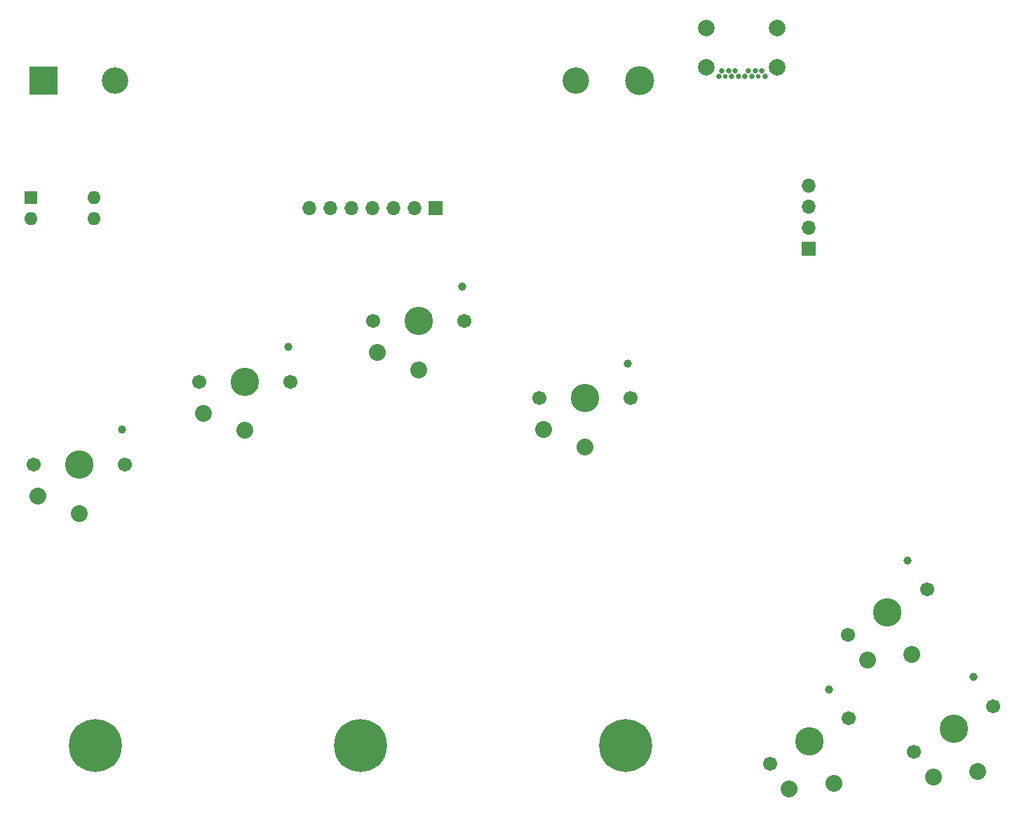
<source format=gbr>
%TF.GenerationSoftware,KiCad,Pcbnew,(5.99.0-9739-g6a369b230f)*%
%TF.CreationDate,2021-03-13T21:37:55+01:00*%
%TF.ProjectId,keychordz,6b657963-686f-4726-947a-2e6b69636164,rev?*%
%TF.SameCoordinates,Original*%
%TF.FileFunction,Soldermask,Bot*%
%TF.FilePolarity,Negative*%
%FSLAX46Y46*%
G04 Gerber Fmt 4.6, Leading zero omitted, Abs format (unit mm)*
G04 Created by KiCad (PCBNEW (5.99.0-9739-g6a369b230f)) date 2021-03-13 21:37:55*
%MOMM*%
%LPD*%
G01*
G04 APERTURE LIST*
%ADD10C,0.800000*%
%ADD11C,6.400000*%
%ADD12O,1.600000X1.600000*%
%ADD13R,1.600000X1.600000*%
%ADD14C,3.429000*%
%ADD15C,1.701800*%
%ADD16C,0.990600*%
%ADD17C,2.032000*%
%ADD18R,1.700000X1.700000*%
%ADD19O,1.700000X1.700000*%
%ADD20C,3.200000*%
%ADD21R,3.500000X3.500000*%
%ADD22C,3.500000*%
%ADD23C,0.650000*%
%ADD24C,0.550000*%
%ADD25C,2.010000*%
G04 APERTURE END LIST*
D10*
%TO.C,MNT2*%
X56400000Y-103000000D03*
X54000000Y-105400000D03*
X52302944Y-104697056D03*
X52302944Y-101302944D03*
X54000000Y-100600000D03*
X51600000Y-103000000D03*
D11*
X54000000Y-103000000D03*
D10*
X55697056Y-101302944D03*
X55697056Y-104697056D03*
%TD*%
%TO.C,MNT3*%
X87697056Y-104697056D03*
X83600000Y-103000000D03*
X84302944Y-104697056D03*
X84302944Y-101302944D03*
X86000000Y-105400000D03*
X86000000Y-100600000D03*
X88400000Y-103000000D03*
D11*
X86000000Y-103000000D03*
D10*
X87697056Y-101302944D03*
%TD*%
D11*
%TO.C,MNT1*%
X22000000Y-103000000D03*
D10*
X19600000Y-103000000D03*
X20302944Y-104697056D03*
X22000000Y-105400000D03*
X24400000Y-103000000D03*
X20302944Y-101302944D03*
X23697056Y-104697056D03*
X23697056Y-101302944D03*
X22000000Y-100600000D03*
%TD*%
D12*
%TO.C,SW9*%
X21820000Y-36750000D03*
D13*
X14200000Y-36750000D03*
D12*
X21820000Y-39290000D03*
X14200000Y-39290000D03*
%TD*%
D14*
%TO.C,SW1*%
X125566000Y-100952000D03*
D15*
X130329140Y-98202000D03*
D16*
X127986653Y-94704693D03*
D15*
X120802860Y-103702000D03*
D17*
X128516000Y-106061550D03*
X123135873Y-106742897D03*
%TD*%
D15*
%TO.C,SW5*%
X66500000Y-51689000D03*
X55500000Y-51689000D03*
D16*
X66220000Y-47489000D03*
D14*
X61000000Y-51689000D03*
D17*
X61000000Y-57589000D03*
X56000000Y-55489000D03*
%TD*%
D15*
%TO.C,SW6*%
X25500000Y-69000000D03*
X14500000Y-69000000D03*
D16*
X25220000Y-64800000D03*
D14*
X20000000Y-69000000D03*
D17*
X20000000Y-74900000D03*
X15000000Y-72800000D03*
%TD*%
D15*
%TO.C,SW2*%
X103388860Y-105190000D03*
X112915140Y-99690000D03*
D16*
X110572653Y-96192693D03*
D14*
X108152000Y-102440000D03*
D17*
X111102000Y-107549550D03*
X105721873Y-108230897D03*
%TD*%
D18*
%TO.C,J2*%
X108100000Y-42900000D03*
D19*
X108100000Y-40360000D03*
X108100000Y-37820000D03*
X108100000Y-35280000D03*
%TD*%
D15*
%TO.C,SW7*%
X34500000Y-59000000D03*
D14*
X40000000Y-59000000D03*
D15*
X45500000Y-59000000D03*
D16*
X45220000Y-54800000D03*
D17*
X40000000Y-64900000D03*
X35000000Y-62800000D03*
%TD*%
D15*
%TO.C,SW3*%
X112816860Y-89593500D03*
X122343140Y-84093500D03*
D14*
X117580000Y-86843500D03*
D16*
X120000653Y-80596193D03*
D17*
X120530000Y-91953050D03*
X115149873Y-92634397D03*
%TD*%
D20*
%TO.C,BT1*%
X24345000Y-22600000D03*
X79955000Y-22600000D03*
D21*
X15700000Y-22600000D03*
D22*
X87700000Y-22600000D03*
%TD*%
D23*
%TO.C,J1*%
X97200000Y-22130000D03*
X97600000Y-21420000D03*
X98400000Y-21420000D03*
X98800000Y-22130000D03*
X99200000Y-21420000D03*
X99600000Y-22130000D03*
X100400000Y-22130000D03*
X100800000Y-21420000D03*
X101200000Y-22130000D03*
X101600000Y-21420000D03*
X102400000Y-21420000D03*
X102800000Y-22130000D03*
D24*
X98000000Y-22130000D03*
X102000000Y-22130000D03*
D25*
X104270000Y-20980000D03*
X95730000Y-20980000D03*
X104270000Y-16250000D03*
X95730000Y-16250000D03*
%TD*%
D14*
%TO.C,SW4*%
X81048000Y-61000000D03*
D16*
X86268000Y-56800000D03*
D15*
X75548000Y-61000000D03*
X86548000Y-61000000D03*
D17*
X81048000Y-66900000D03*
X76048000Y-64800000D03*
%TD*%
D18*
%TO.C,J3*%
X63000000Y-38000000D03*
D19*
X60460000Y-38000000D03*
X57920000Y-38000000D03*
X55380000Y-38000000D03*
X52840000Y-38000000D03*
X50300000Y-38000000D03*
X47760000Y-38000000D03*
%TD*%
M02*

</source>
